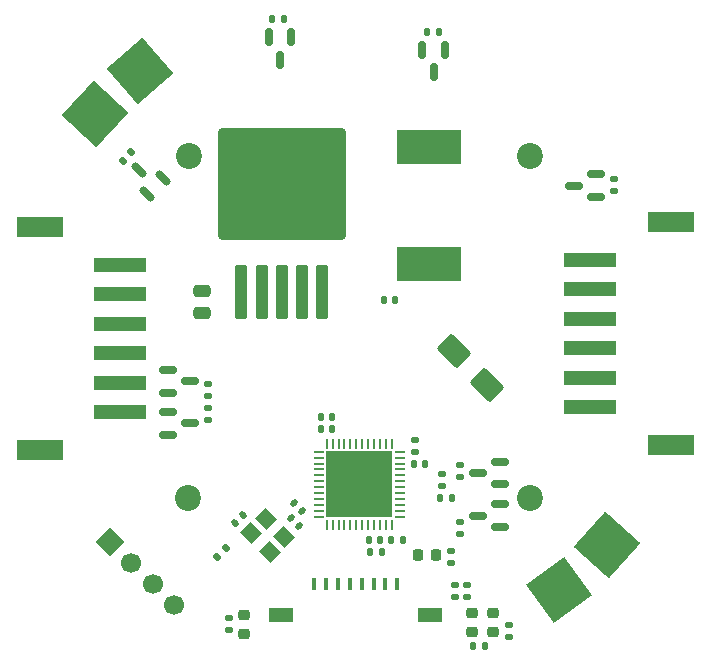
<source format=gbr>
%TF.GenerationSoftware,KiCad,Pcbnew,8.0.1*%
%TF.CreationDate,2024-09-20T18:09:38-07:00*%
%TF.ProjectId,motor_control_design,6d6f746f-725f-4636-9f6e-74726f6c5f64,rev?*%
%TF.SameCoordinates,Original*%
%TF.FileFunction,Soldermask,Top*%
%TF.FilePolarity,Negative*%
%FSLAX46Y46*%
G04 Gerber Fmt 4.6, Leading zero omitted, Abs format (unit mm)*
G04 Created by KiCad (PCBNEW 8.0.1) date 2024-09-20 18:09:38*
%MOMM*%
%LPD*%
G01*
G04 APERTURE LIST*
G04 Aperture macros list*
%AMRoundRect*
0 Rectangle with rounded corners*
0 $1 Rounding radius*
0 $2 $3 $4 $5 $6 $7 $8 $9 X,Y pos of 4 corners*
0 Add a 4 corners polygon primitive as box body*
4,1,4,$2,$3,$4,$5,$6,$7,$8,$9,$2,$3,0*
0 Add four circle primitives for the rounded corners*
1,1,$1+$1,$2,$3*
1,1,$1+$1,$4,$5*
1,1,$1+$1,$6,$7*
1,1,$1+$1,$8,$9*
0 Add four rect primitives between the rounded corners*
20,1,$1+$1,$2,$3,$4,$5,0*
20,1,$1+$1,$4,$5,$6,$7,0*
20,1,$1+$1,$6,$7,$8,$9,0*
20,1,$1+$1,$8,$9,$2,$3,0*%
%AMHorizOval*
0 Thick line with rounded ends*
0 $1 width*
0 $2 $3 position (X,Y) of the first rounded end (center of the circle)*
0 $4 $5 position (X,Y) of the second rounded end (center of the circle)*
0 Add line between two ends*
20,1,$1,$2,$3,$4,$5,0*
0 Add two circle primitives to create the rounded ends*
1,1,$1,$2,$3*
1,1,$1,$4,$5*%
%AMRotRect*
0 Rectangle, with rotation*
0 The origin of the aperture is its center*
0 $1 length*
0 $2 width*
0 $3 Rotation angle, in degrees counterclockwise*
0 Add horizontal line*
21,1,$1,$2,0,0,$3*%
G04 Aperture macros list end*
%ADD10RoundRect,0.250000X-0.475000X0.250000X-0.475000X-0.250000X0.475000X-0.250000X0.475000X0.250000X0*%
%ADD11RoundRect,0.140000X0.219203X0.021213X0.021213X0.219203X-0.219203X-0.021213X-0.021213X-0.219203X0*%
%ADD12RoundRect,0.135000X0.185000X-0.135000X0.185000X0.135000X-0.185000X0.135000X-0.185000X-0.135000X0*%
%ADD13RoundRect,0.150000X0.521491X-0.309359X-0.309359X0.521491X-0.521491X0.309359X0.309359X-0.521491X0*%
%ADD14RoundRect,0.218750X0.256250X-0.218750X0.256250X0.218750X-0.256250X0.218750X-0.256250X-0.218750X0*%
%ADD15RoundRect,0.135000X-0.185000X0.135000X-0.185000X-0.135000X0.185000X-0.135000X0.185000X0.135000X0*%
%ADD16RoundRect,0.218750X-0.218750X-0.256250X0.218750X-0.256250X0.218750X0.256250X-0.218750X0.256250X0*%
%ADD17RoundRect,0.135000X-0.035355X0.226274X-0.226274X0.035355X0.035355X-0.226274X0.226274X-0.035355X0*%
%ADD18RoundRect,0.140000X-0.140000X-0.170000X0.140000X-0.170000X0.140000X0.170000X-0.140000X0.170000X0*%
%ADD19R,5.600000X5.600000*%
%ADD20RoundRect,0.062500X0.375000X-0.062500X0.375000X0.062500X-0.375000X0.062500X-0.375000X-0.062500X0*%
%ADD21RoundRect,0.062500X0.062500X-0.375000X0.062500X0.375000X-0.062500X0.375000X-0.062500X-0.375000X0*%
%ADD22RoundRect,0.250000X-1.166726X0.247487X0.247487X-1.166726X1.166726X-0.247487X-0.247487X1.166726X0*%
%ADD23RotRect,4.000000X4.000000X227.000000*%
%ADD24R,2.000000X1.300000*%
%ADD25R,0.400000X1.000000*%
%ADD26RoundRect,0.135000X0.135000X0.185000X-0.135000X0.185000X-0.135000X-0.185000X0.135000X-0.185000X0*%
%ADD27RoundRect,0.140000X-0.170000X0.140000X-0.170000X-0.140000X0.170000X-0.140000X0.170000X0.140000X0*%
%ADD28C,2.200000*%
%ADD29RoundRect,0.150000X-0.150000X0.587500X-0.150000X-0.587500X0.150000X-0.587500X0.150000X0.587500X0*%
%ADD30RoundRect,0.150000X0.587500X0.150000X-0.587500X0.150000X-0.587500X-0.150000X0.587500X-0.150000X0*%
%ADD31RotRect,1.700000X1.700000X45.000000*%
%ADD32HorizOval,1.700000X0.000000X0.000000X0.000000X0.000000X0*%
%ADD33RotRect,4.000000X4.000000X131.000000*%
%ADD34R,5.400000X2.900000*%
%ADD35RoundRect,0.150000X-0.587500X-0.150000X0.587500X-0.150000X0.587500X0.150000X-0.587500X0.150000X0*%
%ADD36RoundRect,0.250000X0.300000X-2.050000X0.300000X2.050000X-0.300000X2.050000X-0.300000X-2.050000X0*%
%ADD37RoundRect,0.250002X5.149998X-4.449998X5.149998X4.449998X-5.149998X4.449998X-5.149998X-4.449998X0*%
%ADD38RotRect,4.000000X4.000000X138.000000*%
%ADD39RotRect,1.400000X1.200000X135.000000*%
%ADD40RoundRect,0.140000X0.021213X-0.219203X0.219203X-0.021213X-0.021213X0.219203X-0.219203X0.021213X0*%
%ADD41RoundRect,0.135000X-0.135000X-0.185000X0.135000X-0.185000X0.135000X0.185000X-0.135000X0.185000X0*%
%ADD42RoundRect,0.140000X0.140000X0.170000X-0.140000X0.170000X-0.140000X-0.170000X0.140000X-0.170000X0*%
%ADD43R,3.911600X1.803400*%
%ADD44R,4.495800X1.295400*%
%ADD45RoundRect,0.135000X0.035355X-0.226274X0.226274X-0.035355X-0.035355X0.226274X-0.226274X0.035355X0*%
%ADD46RotRect,4.000000X4.000000X36.000000*%
G04 APERTURE END LIST*
D10*
%TO.C,C14*%
X136017000Y-86045001D03*
X136017000Y-87944999D03*
%TD*%
D11*
%TO.C,C4*%
X144484411Y-104733411D03*
X143805589Y-104054589D03*
%TD*%
D12*
%TO.C,R21*%
X157861000Y-106681999D03*
X157861000Y-105662001D03*
%TD*%
D13*
%TO.C,Q13*%
X131337074Y-77816577D03*
X132680577Y-76473074D03*
X130683000Y-75819000D03*
%TD*%
D14*
%TO.C,D2*%
X158879000Y-114937000D03*
X158879000Y-113361998D03*
%TD*%
D15*
%TO.C,R3*%
X157480000Y-110996001D03*
X157480000Y-112015999D03*
%TD*%
D16*
%TO.C,FB1*%
X154279500Y-108458000D03*
X155854500Y-108458000D03*
%TD*%
D17*
%TO.C,R1*%
X138028624Y-107843376D03*
X137307376Y-108564624D03*
%TD*%
D18*
%TO.C,C7*%
X153952000Y-100711000D03*
X154912000Y-100711000D03*
%TD*%
D19*
%TO.C,U1*%
X149333570Y-102427000D03*
D20*
X145896070Y-105177000D03*
X145896070Y-104677000D03*
X145896070Y-104176999D03*
X145896070Y-103677000D03*
X145896070Y-103177001D03*
X145896070Y-102677000D03*
X145896070Y-102177000D03*
X145896070Y-101676999D03*
X145896070Y-101177000D03*
X145896070Y-100677001D03*
X145896070Y-100177000D03*
X145896070Y-99677000D03*
D21*
X146583570Y-98989500D03*
X147083570Y-98989500D03*
X147583571Y-98989500D03*
X148083570Y-98989500D03*
X148583569Y-98989500D03*
X149083570Y-98989500D03*
X149583570Y-98989500D03*
X150083571Y-98989500D03*
X150583570Y-98989500D03*
X151083569Y-98989500D03*
X151583570Y-98989500D03*
X152083570Y-98989500D03*
D20*
X152771070Y-99677000D03*
X152771070Y-100177000D03*
X152771070Y-100677001D03*
X152771070Y-101177000D03*
X152771070Y-101676999D03*
X152771070Y-102177000D03*
X152771070Y-102677000D03*
X152771070Y-103177001D03*
X152771070Y-103677000D03*
X152771070Y-104176999D03*
X152771070Y-104677000D03*
X152771070Y-105177000D03*
D21*
X152083570Y-105864500D03*
X151583570Y-105864500D03*
X151083569Y-105864500D03*
X150583570Y-105864500D03*
X150083571Y-105864500D03*
X149583570Y-105864500D03*
X149083570Y-105864500D03*
X148583569Y-105864500D03*
X148083570Y-105864500D03*
X147583571Y-105864500D03*
X147083570Y-105864500D03*
X146583570Y-105864500D03*
%TD*%
D22*
%TO.C,D11*%
X160164214Y-93997214D03*
X157335786Y-91168786D03*
%TD*%
D23*
%TO.C,J4*%
X127000000Y-71120000D03*
%TD*%
D14*
%TO.C,D3*%
X160657000Y-114937000D03*
X160657000Y-113361998D03*
%TD*%
D24*
%TO.C,J5*%
X155348000Y-113538000D03*
X142748000Y-113538000D03*
D25*
X152548000Y-110838000D03*
X151548000Y-110838000D03*
X150548000Y-110838000D03*
X149548000Y-110838000D03*
X148548000Y-110838000D03*
X147548000Y-110838000D03*
X146548000Y-110838000D03*
X145548000Y-110838000D03*
%TD*%
D26*
%TO.C,R24*%
X156084999Y-64135000D03*
X155065001Y-64135000D03*
%TD*%
D27*
%TO.C,C11*%
X157099000Y-108105000D03*
X157099000Y-109065000D03*
%TD*%
D11*
%TO.C,C2*%
X144230411Y-106003411D03*
X143551589Y-105324589D03*
%TD*%
D12*
%TO.C,R8*%
X162054000Y-115395997D03*
X162054000Y-114375999D03*
%TD*%
D28*
%TO.C,*%
X134886970Y-74653262D03*
%TD*%
D18*
%TO.C,C15*%
X151440000Y-86868000D03*
X152400000Y-86868000D03*
%TD*%
D29*
%TO.C,Q4*%
X143571000Y-64594500D03*
X141671000Y-64594500D03*
X142621000Y-66469501D03*
%TD*%
D30*
%TO.C,Q5*%
X169418000Y-78105000D03*
X169418000Y-76205000D03*
X167542999Y-77155000D03*
%TD*%
D28*
%TO.C,*%
X134836970Y-103603262D03*
%TD*%
%TO.C,*%
X163836970Y-74603262D03*
%TD*%
D15*
%TO.C,R10*%
X136525000Y-96012000D03*
X136525000Y-97031998D03*
%TD*%
D12*
%TO.C,R9*%
X136525000Y-94997999D03*
X136525000Y-93978001D03*
%TD*%
D31*
%TO.C,J2*%
X128251949Y-107296949D03*
D32*
X130048000Y-109093000D03*
X131844051Y-110889051D03*
X133640103Y-112685103D03*
%TD*%
D33*
%TO.C,J3*%
X130810000Y-67437000D03*
%TD*%
D12*
%TO.C,R2*%
X158496000Y-112015999D03*
X158496000Y-110996001D03*
%TD*%
%TO.C,R17*%
X170942000Y-77597000D03*
X170942000Y-76577002D03*
%TD*%
D18*
%TO.C,C1*%
X146078000Y-96774000D03*
X147038000Y-96774000D03*
%TD*%
D34*
%TO.C,L1*%
X155232000Y-83814002D03*
X155232000Y-73914000D03*
%TD*%
D35*
%TO.C,Q10*%
X133126000Y-96332000D03*
X133126000Y-98232000D03*
X135001000Y-97282000D03*
%TD*%
D15*
%TO.C,R22*%
X157861000Y-100836001D03*
X157861000Y-101855999D03*
%TD*%
D12*
%TO.C,R5*%
X138303000Y-114809999D03*
X138303000Y-113790001D03*
%TD*%
D28*
%TO.C,*%
X163836970Y-103603262D03*
%TD*%
D36*
%TO.C,U3*%
X139367000Y-86124000D03*
X141067000Y-86123999D03*
X142767000Y-86124000D03*
D37*
X142767000Y-76974000D03*
D36*
X144467000Y-86123999D03*
X146167000Y-86124000D03*
%TD*%
D30*
%TO.C,Q11*%
X161290000Y-106040000D03*
X161290000Y-104140000D03*
X159414999Y-105090000D03*
%TD*%
D15*
%TO.C,R11*%
X156337000Y-101598001D03*
X156337000Y-102617999D03*
%TD*%
D38*
%TO.C,J10*%
X170307000Y-107569000D03*
%TD*%
D30*
%TO.C,Q12*%
X161260001Y-102423000D03*
X161260001Y-100523000D03*
X159385000Y-101473000D03*
%TD*%
D18*
%TO.C,C3*%
X152047000Y-107188000D03*
X153007000Y-107188000D03*
%TD*%
D39*
%TO.C,Y1*%
X142965716Y-106934000D03*
X141410081Y-105378365D03*
X140208000Y-106580446D03*
X141763635Y-108136081D03*
%TD*%
D26*
%TO.C,R6*%
X143003999Y-63070499D03*
X141984001Y-63070499D03*
%TD*%
D18*
%TO.C,C8*%
X146078000Y-97790000D03*
X147038000Y-97790000D03*
%TD*%
D35*
%TO.C,Q8*%
X133126000Y-92776000D03*
X133126000Y-94676000D03*
X135001000Y-93726000D03*
%TD*%
D40*
%TO.C,C5*%
X138852589Y-105749411D03*
X139531411Y-105070589D03*
%TD*%
D41*
%TO.C,R7*%
X159004000Y-116155998D03*
X160024000Y-116155998D03*
%TD*%
D42*
%TO.C,C9*%
X151102000Y-107188000D03*
X150142000Y-107188000D03*
%TD*%
%TO.C,C10*%
X151229000Y-108204000D03*
X150269000Y-108204000D03*
%TD*%
D43*
%TO.C,J6*%
X122310953Y-99530498D03*
X122310944Y-80630497D03*
D44*
X129110949Y-96330498D03*
X129110944Y-93830497D03*
X129110945Y-91330496D03*
X129110948Y-88830496D03*
X129110946Y-86330501D03*
X129110946Y-83830497D03*
%TD*%
D14*
%TO.C,D1*%
X139573000Y-115087501D03*
X139573000Y-113512499D03*
%TD*%
D43*
%TO.C,J8*%
X175712194Y-80211998D03*
X175712202Y-99111999D03*
D44*
X168912197Y-83411998D03*
X168912202Y-85911999D03*
X168912201Y-88412000D03*
X168912198Y-90912000D03*
X168912200Y-93411995D03*
X168912200Y-95911999D03*
%TD*%
D45*
%TO.C,R4*%
X129306376Y-75036624D03*
X130027624Y-74315376D03*
%TD*%
D27*
%TO.C,C6*%
X154051000Y-98707000D03*
X154051000Y-99667000D03*
%TD*%
D46*
%TO.C,J9*%
X166243000Y-111379000D03*
%TD*%
D41*
%TO.C,R12*%
X156208000Y-103632000D03*
X157228000Y-103632000D03*
%TD*%
D29*
%TO.C,Q16*%
X156586000Y-65659000D03*
X154686000Y-65659000D03*
X155636000Y-67534001D03*
%TD*%
M02*

</source>
